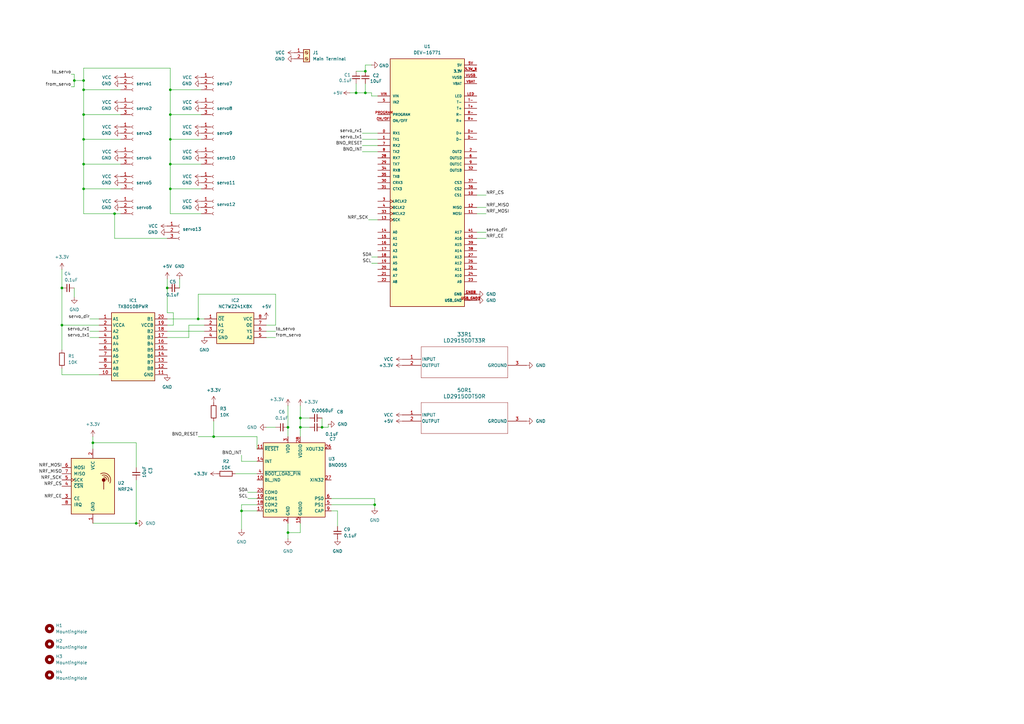
<source format=kicad_sch>
(kicad_sch (version 20231120) (generator "eeschema") (generator_version "8.0")
  (paper "A3")
  (title_block (title "Teensy 4.1 Hexapod PCB ") (date "2024-12-24") (rev "V0.01") (company "Jirakorn Sukmee") (comment 1 "hello"))
  (lib_symbols
    (symbol "33R:LD29150DT33R" (pin_names (offset 0.254))
      (property "Reference" "CR" (at 25.4 10.16 0))
      (property "Value" "LD29150DT33R" (at 25.4 7.62 0))
      (symbol "LD29150DT33R_0_1"
        (pin input line (at 0 0 0) (length 7.62) (name "INPUT") (number "1"))
        (pin output line (at 0 -2.54 0) (length 7.62) (name "OUTPUT") (number "2"))
        (pin power_out line (at 50.8 -2.54 180) (length 7.62) (name "GROUND") (number "3"))
      )
    )
    (symbol "50R:LD29150DT50R" (pin_names (offset 0.254))
      (property "Reference" "CR" (at 25.4 10.16 0))
      (property "Value" "LD29150DT50R" (at 25.4 7.62 0))
      (symbol "LD29150DT50R_0_1"
        (pin input line (at 0 0 0) (length 7.62) (name "INPUT") (number "1"))
        (pin output line (at 0 -2.54 0) (length 7.62) (name "OUTPUT") (number "2"))
        (pin power_out line (at 50.8 -2.54 180) (length 7.62) (name "GROUND") (number "3"))
      )
    )
    (symbol "Connector:Conn_01x03_Socket" (pin_names (offset 1.016) hide)
      (property "Reference" "J" (at 0 5.08 0))
      (property "Value" "Conn_01x03_Socket" (at 0 -5.08 0))
      (symbol "Conn_01x03_Socket_1_1"
        (pin passive line (at -5.08 2.54 0) (length 3.81) (name "Pin_1") (number "1"))
        (pin passive line (at -5.08 0 0) (length 3.81) (name "Pin_2") (number "2"))
        (pin passive line (at -5.08 -2.54 0) (length 3.81) (name "Pin_3") (number "3"))
      )
    )
    (symbol "Connector:Screw_Terminal_01x02" (pin_names (offset 1.016) hide)
      (property "Reference" "J" (at 0 2.54 0))
      (property "Value" "Screw_Terminal_01x02" (at 0 -5.08 0))
      (symbol "Screw_Terminal_01x02_1_1"
        (pin passive line (at -5.08 0 0) (length 3.81) (name "Pin_1") (number "1"))
        (pin passive line (at -5.08 -2.54 0) (length 3.81) (name "Pin_2") (number "2"))
      )
    )
    (symbol "DEV-16771:DEV-16771" (pin_names (offset 1.016))
      (property "Reference" "U" (at -15.24 52.07 0))
      (property "Value" "DEV-16771" (at -15.24 -53.34 0))
      (symbol "DEV-16771_0_0"
        (pin bidirectional line (at -20.32 20.32 0) (length 5.08) (name "RX1") (number "0"))
        (pin bidirectional line (at -20.32 17.78 0) (length 5.08) (name "TX1") (number "1"))
        (pin bidirectional line (at 20.32 -5.08 180) (length 5.08) (name "CS1") (number "10"))
        (pin bidirectional line (at 20.32 -12.7 180) (length 5.08) (name "MOSI") (number "11"))
        (pin bidirectional line (at 20.32 -10.16 180) (length 5.08) (name "MISO") (number "12"))
        (pin bidirectional clock (at -20.32 -15.24 0) (length 5.08) (name "SCK") (number "13"))
        (pin bidirectional line (at -20.32 -20.32 0) (length 5.08) (name "A0") (number "14"))
        (pin bidirectional line (at -20.32 -22.86 0) (length 5.08) (name "A1") (number "15"))
        (pin bidirectional line (at -20.32 -25.4 0) (length 5.08) (name "A2") (number "16"))
        (pin bidirectional line (at -20.32 -27.94 0) (length 5.08) (name "A3") (number "17"))
        (pin bidirectional line (at -20.32 -30.48 0) (length 5.08) (name "A4") (number "18"))
        (pin bidirectional line (at -20.32 -33.02 0) (length 5.08) (name "A5") (number "19"))
        (pin output line (at 20.32 12.7 180) (length 5.08) (name "OUT2") (number "2"))
        (pin bidirectional line (at -20.32 -35.56 0) (length 5.08) (name "A6") (number "20"))
        (pin bidirectional line (at -20.32 -38.1 0) (length 5.08) (name "A7") (number "21"))
        (pin bidirectional line (at -20.32 -40.64 0) (length 5.08) (name "A8") (number "22"))
        (pin bidirectional line (at 20.32 -40.64 180) (length 5.08) (name "A9") (number "23"))
        (pin bidirectional line (at 20.32 -38.1 180) (length 5.08) (name "A10") (number "24"))
        (pin bidirectional line (at 20.32 -35.56 180) (length 5.08) (name "A11") (number "25"))
        (pin bidirectional line (at 20.32 -33.02 180) (length 5.08) (name "A12") (number "26"))
        (pin bidirectional line (at 20.32 -30.48 180) (length 5.08) (name "A13") (number "27"))
        (pin bidirectional line (at -20.32 10.16 0) (length 5.08) (name "RX7") (number "28"))
        (pin bidirectional line (at -20.32 7.62 0) (length 5.08) (name "TX7") (number "29"))
        (pin bidirectional clock (at -20.32 -7.62 0) (length 5.08) (name "LRCLK2") (number "3"))
        (pin power_in line (at 20.32 45.72 180) (length 5.08) (name "3.3V") (number "3.3V_1"))
        (pin power_in line (at 20.32 45.72 180) (length 5.08) (name "3.3V") (number "3.3V_2"))
        (pin power_in line (at 20.32 45.72 180) (length 5.08) (name "3.3V") (number "3.3V_3"))
        (pin bidirectional line (at -20.32 0 0) (length 5.08) (name "CRX3") (number "30"))
        (pin bidirectional line (at -20.32 -2.54 0) (length 5.08) (name "CTX3") (number "31"))
        (pin output line (at 20.32 5.08 180) (length 5.08) (name "OUT1B") (number "32"))
        (pin bidirectional clock (at -20.32 -12.7 0) (length 5.08) (name "MCLK2") (number "33"))
        (pin bidirectional line (at -20.32 5.08 0) (length 5.08) (name "RX8") (number "34"))
        (pin bidirectional line (at -20.32 2.54 0) (length 5.08) (name "TX8") (number "35"))
        (pin bidirectional line (at 20.32 -2.54 180) (length 5.08) (name "CS2") (number "36"))
        (pin bidirectional line (at 20.32 0 180) (length 5.08) (name "CS3") (number "37"))
        (pin bidirectional line (at 20.32 -27.94 180) (length 5.08) (name "A14") (number "38"))
        (pin bidirectional line (at 20.32 -25.4 180) (length 5.08) (name "A15") (number "39"))
        (pin bidirectional clock (at -20.32 -10.16 0) (length 5.08) (name "BCLK2") (number "4"))
        (pin bidirectional line (at 20.32 -22.86 180) (length 5.08) (name "A16") (number "40"))
        (pin bidirectional line (at 20.32 -20.32 180) (length 5.08) (name "A17") (number "41"))
        (pin bidirectional line (at -20.32 33.02 0) (length 5.08) (name "IN2") (number "5"))
        (pin power_in line (at 20.32 48.26 180) (length 5.08) (name "5V") (number "5V"))
        (pin output line (at 20.32 10.16 180) (length 5.08) (name "OUT1D") (number "6"))
        (pin bidirectional line (at -20.32 15.24 0) (length 5.08) (name "RX2") (number "7"))
        (pin bidirectional line (at -20.32 12.7 0) (length 5.08) (name "TX2") (number "8"))
        (pin output line (at 20.32 7.62 180) (length 5.08) (name "OUT1C") (number "9"))
        (pin bidirectional line (at 20.32 20.32 180) (length 5.08) (name "D+") (number "D+"))
        (pin bidirectional line (at 20.32 17.78 180) (length 5.08) (name "D-") (number "D-"))
        (pin power_in line (at 20.32 -45.72 180) (length 5.08) (name "GND") (number "GND1"))
        (pin power_in line (at 20.32 -45.72 180) (length 5.08) (name "GND") (number "GND2"))
        (pin power_in line (at 20.32 -45.72 180) (length 5.08) (name "GND") (number "GND3"))
        (pin power_in line (at 20.32 -45.72 180) (length 5.08) (name "GND") (number "GND4"))
        (pin power_in line (at 20.32 -45.72 180) (length 5.08) (name "GND") (number "GND5"))
        (pin bidirectional line (at 20.32 35.56 180) (length 5.08) (name "LED") (number "LED"))
        (pin bidirectional line (at -20.32 25.4 0) (length 5.08) (name "ON/OFF") (number "ON/OFF"))
        (pin bidirectional line (at -20.32 27.94 0) (length 5.08) (name "PROGRAM") (number "PROGRAM"))
        (pin bidirectional line (at 20.32 25.4 180) (length 5.08) (name "R+") (number "R+"))
        (pin bidirectional line (at 20.32 27.94 180) (length 5.08) (name "R-") (number "R-"))
        (pin bidirectional line (at 20.32 30.48 180) (length 5.08) (name "T+") (number "T+"))
        (pin bidirectional line (at 20.32 33.02 180) (length 5.08) (name "T-") (number "T-"))
        (pin power_in line (at 20.32 -48.26 180) (length 5.08) (name "USB_GND") (number "USB_GND1"))
        (pin power_in line (at 20.32 -48.26 180) (length 5.08) (name "USB_GND") (number "USB_GND2"))
        (pin passive line (at 20.32 40.64 180) (length 5.08) (name "VBAT") (number "VBAT"))
        (pin input line (at -20.32 35.56 0) (length 5.08) (name "VIN") (number "VIN"))
        (pin passive line (at 20.32 43.18 180) (length 5.08) (name "VUSB") (number "VUSB"))
      )
    )
    (symbol "Device:C_Small" (pin_numbers hide) (pin_names (offset 0.254) hide)
      (property "Reference" "C" (at 0.254 1.778 0))
      (property "Value" "C_Small" (at 0.254 -2.032 0))
      (symbol "C_Small_1_1"
        (pin passive line (at 0 2.54 270) (length 2.032) (name "~") (number "1"))
        (pin passive line (at 0 -2.54 90) (length 2.032) (name "~") (number "2"))
      )
    )
    (symbol "Device:R" (pin_numbers hide) (pin_names (offset 0))
      (property "Reference" "R" (at 2.032 0 90))
      (property "Value" "R" (at 0 0 90))
      (symbol "R_1_1"
        (pin passive line (at 0 3.81 270) (length 1.27) (name "~") (number "1"))
        (pin passive line (at 0 -3.81 90) (length 1.27) (name "~") (number "2"))
      )
    )
    (symbol "Mechanical:MountingHole" (pin_names (offset 1.016)) (exclude_from_sim yes) (in_bom no)
      (property "Reference" "H" (at 0 5.08 0))
      (property "Value" "MountingHole" (at 0 3.175 0))
    )
    (symbol "NC7WZ241K8X:NC7WZ241K8X"
      (property "Reference" "IC" (at 21.59 7.62 0))
      (property "Value" "NC7WZ241K8X" (at 21.59 5.08 0))
      (symbol "NC7WZ241K8X_1_1"
        (pin passive line (at 0 0 0) (length 5.08) (name "~{OE}") (number "1"))
        (pin passive line (at 0 -2.54 0) (length 5.08) (name "A1") (number "2"))
        (pin passive line (at 0 -5.08 0) (length 5.08) (name "Y2") (number "3"))
        (pin passive line (at 0 -7.62 0) (length 5.08) (name "GND") (number "4"))
        (pin passive line (at 25.4 -7.62 180) (length 5.08) (name "A2") (number "5"))
        (pin passive line (at 25.4 -5.08 180) (length 5.08) (name "Y1") (number "6"))
        (pin passive line (at 25.4 -2.54 180) (length 5.08) (name "OE") (number "7"))
        (pin passive line (at 25.4 0 180) (length 5.08) (name "VCC") (number "8"))
      )
    )
    (symbol "RF:NRF24L01_Breakout" (pin_names (offset 1.016))
      (property "Reference" "U" (at -8.89 12.7 0))
      (property "Value" "NRF24L01_Breakout" (at 3.81 12.7 0))
      (symbol "NRF24L01_Breakout_1_1"
        (pin power_in line (at 0 -15.24 90) (length 3.81) (name "GND") (number "1"))
        (pin power_in line (at 0 15.24 270) (length 3.81) (name "VCC") (number "2"))
        (pin input line (at -12.7 -5.08 0) (length 3.81) (name "CE") (number "3"))
        (pin input line (at -12.7 0 0) (length 3.81) (name "~{CSN}") (number "4"))
        (pin input clock (at -12.7 2.54 0) (length 3.81) (name "SCK") (number "5"))
        (pin input line (at -12.7 7.62 0) (length 3.81) (name "MOSI") (number "6"))
        (pin output line (at -12.7 5.08 0) (length 3.81) (name "MISO") (number "7"))
        (pin output line (at -12.7 -7.62 0) (length 3.81) (name "IRQ") (number "8"))
      )
    )
    (symbol "Sensor_Motion:BNO055"
      (property "Reference" "U" (at -11.43 16.51 0))
      (property "Value" "BNO055" (at 12.7 16.51 0))
      (symbol "BNO055_1_1"
        (pin no_connect line (at -12.7 10.16 0) (length 2.54) hide (name "PIN1") (number "1"))
        (pin output line (at -15.24 0 0) (length 2.54) (name "BL_IND") (number "10"))
        (pin input line (at -15.24 12.7 0) (length 2.54) (name "~{RESET}") (number "11"))
        (pin no_connect line (at 12.7 10.16 180) (length 2.54) hide (name "PIN12") (number "12"))
        (pin no_connect line (at 12.7 7.62 180) (length 2.54) hide (name "PIN13") (number "13"))
        (pin output line (at -15.24 7.62 0) (length 2.54) (name "INT") (number "14"))
        (pin power_in line (at 2.54 -17.78 90) (length 2.54) (name "GNDIO") (number "15"))
        (pin passive line (at 2.54 -17.78 90) (length 2.54) hide (name "GNDIO") (number "16"))
        (pin input line (at -15.24 -12.7 0) (length 2.54) (name "COM3") (number "17"))
        (pin passive line (at -15.24 -10.16 0) (length 2.54) (name "COM2") (number "18"))
        (pin bidirectional line (at -15.24 -7.62 0) (length 2.54) (name "COM1") (number "19"))
        (pin power_in line (at -2.54 -17.78 90) (length 2.54) (name "GND") (number "2"))
        (pin bidirectional line (at -15.24 -5.08 0) (length 2.54) (name "COM0") (number "20"))
        (pin no_connect line (at 12.7 5.08 180) (length 2.54) hide (name "PIN21") (number "21"))
        (pin no_connect line (at 12.7 2.54 180) (length 2.54) hide (name "PIN22") (number "22"))
        (pin no_connect line (at 12.7 -2.54 180) (length 2.54) hide (name "PIN23") (number "23"))
        (pin no_connect line (at 12.7 -5.08 180) (length 2.54) hide (name "PIN24") (number "24"))
        (pin passive line (at 2.54 -17.78 90) (length 2.54) hide (name "GNDIO") (number "25"))
        (pin output line (at 15.24 12.7 180) (length 2.54) (name "XOUT32") (number "26"))
        (pin input line (at 15.24 0 180) (length 2.54) (name "XIN32") (number "27"))
        (pin power_in line (at 2.54 17.78 270) (length 2.54) (name "VDDIO") (number "28"))
        (pin power_in line (at -2.54 17.78 270) (length 2.54) (name "VDD") (number "3"))
        (pin input line (at -15.24 2.54 0) (length 2.54) (name "~{BOOT_LOAD_PIN}") (number "4"))
        (pin input line (at 15.24 -10.16 180) (length 2.54) (name "PS1") (number "5"))
        (pin input line (at 15.24 -7.62 180) (length 2.54) (name "PS0") (number "6"))
        (pin no_connect line (at -12.7 5.08 0) (length 2.54) hide (name "PIN7") (number "7"))
        (pin no_connect line (at -12.7 -2.54 0) (length 2.54) hide (name "PIN8") (number "8"))
        (pin passive line (at 15.24 -12.7 180) (length 2.54) (name "CAP") (number "9"))
      )
    )
    (symbol "TXB0108PWR:TXB0108PWR"
      (property "Reference" "IC" (at 24.13 7.62 0))
      (property "Value" "TXB0108PWR" (at 24.13 5.08 0))
      (symbol "TXB0108PWR_1_1"
        (pin passive line (at 0 0 0) (length 5.08) (name "A1") (number "1"))
        (pin passive line (at 0 -22.86 0) (length 5.08) (name "OE") (number "10"))
        (pin passive line (at 27.94 -22.86 180) (length 5.08) (name "GND") (number "11"))
        (pin passive line (at 27.94 -20.32 180) (length 5.08) (name "B8") (number "12"))
        (pin passive line (at 27.94 -17.78 180) (length 5.08) (name "B7") (number "13"))
        (pin passive line (at 27.94 -15.24 180) (length 5.08) (name "B6") (number "14"))
        (pin passive line (at 27.94 -12.7 180) (length 5.08) (name "B5") (number "15"))
        (pin passive line (at 27.94 -10.16 180) (length 5.08) (name "B4") (number "16"))
        (pin passive line (at 27.94 -7.62 180) (length 5.08) (name "B3") (number "17"))
        (pin passive line (at 27.94 -5.08 180) (length 5.08) (name "B2") (number "18"))
        (pin passive line (at 27.94 -2.54 180) (length 5.08) (name "VCCB") (number "19"))
        (pin passive line (at 0 -2.54 0) (length 5.08) (name "VCCA") (number "2"))
        (pin passive line (at 27.94 0 180) (length 5.08) (name "B1") (number "20"))
        (pin passive line (at 0 -5.08 0) (length 5.08) (name "A2") (number "3"))
        (pin passive line (at 0 -7.62 0) (length 5.08) (name "A3") (number "4"))
        (pin passive line (at 0 -10.16 0) (length 5.08) (name "A4") (number "5"))
        (pin passive line (at 0 -12.7 0) (length 5.08) (name "A5") (number "6"))
        (pin passive line (at 0 -15.24 0) (length 5.08) (name "A6") (number "7"))
        (pin passive line (at 0 -17.78 0) (length 5.08) (name "A7") (number "8"))
        (pin passive line (at 0 -20.32 0) (length 5.08) (name "A8") (number "9"))
      )
    )
    (symbol "power:+3.3V" (power) (pin_numbers hide) (pin_names (offset 0) hide)
      (property "Value" "+3.3V" (at 0 3.556 0))
      (symbol "+3.3V_1_1"
        (pin power_in line (at 0 0 90) (length 0) (name "~") (number "1"))
      )
    )
    (symbol "power:+5V" (power) (pin_numbers hide) (pin_names (offset 0) hide)
      (property "Value" "+5V" (at 0 3.556 0))
      (symbol "+5V_1_1"
        (pin power_in line (at 0 0 90) (length 0) (name "~") (number "1"))
      )
    )
    (symbol "power:GND" (power) (pin_numbers hide) (pin_names (offset 0) hide)
      (property "Value" "GND" (at 0 -3.81 0))
      (symbol "GND_1_1"
        (pin power_in line (at 0 0 270) (length 0) (name "~") (number "1"))
      )
    )
    (symbol "power:VCC" (power) (pin_numbers hide) (pin_names (offset 0) hide)
      (property "Value" "VCC" (at 0 3.556 0))
      (symbol "VCC_1_1"
        (pin power_in line (at 0 0 90) (length 0) (name "~") (number "1"))
      )
    )
  )
  (junction (at 99.06 209.55))
  (junction (at 118.11 175.26))
  (junction (at 132.08 175.26))
  (junction (at 68.58 118.11))
  (junction (at 38.1 181.61))
  (junction (at 123.19 171.45))
  (junction (at 118.11 218.44))
  (junction (at 69.85 77.47))
  (junction (at 69.85 57.15))
  (junction (at 30.48 33.02))
  (junction (at 34.29 36.83))
  (junction (at 34.29 67.31))
  (junction (at 123.19 175.26))
  (junction (at 55.88 214.63))
  (junction (at 153.67 207.01))
  (junction (at 146.05 38.1))
  (junction (at 69.85 36.83))
  (junction (at 34.29 33.02))
  (junction (at 69.85 46.99))
  (junction (at 149.86 29.21))
  (junction (at 87.63 179.07))
  (junction (at 34.29 77.47))
  (junction (at 46.99 87.63))
  (junction (at 25.4 118.11))
  (junction (at 149.86 38.1))
  (junction (at 69.85 67.31))
  (junction (at 81.28 130.81))
  (junction (at 34.29 46.99))
  (junction (at 34.29 57.15))
  (junction (at 25.4 133.35))
  (wire (pts (xy 132.08 175.26) (xy 134.62 175.26)))
  (wire (pts (xy 118.11 218.44) (xy 118.11 220.98)))
  (wire (pts (xy 36.83 130.81) (xy 40.64 130.81)))
  (wire (pts (xy 135.89 209.55) (xy 138.43 209.55)))
  (wire (pts (xy 38.1 179.07) (xy 38.1 181.61)))
  (wire (pts (xy 55.88 196.85) (xy 55.88 214.63)))
  (wire (pts (xy 34.29 33.02) (xy 30.48 33.02)))
  (wire (pts (xy 77.47 133.35) (xy 83.82 133.35)))
  (wire (pts (xy 34.29 57.15) (xy 34.29 67.31)))
  (wire (pts (xy 68.58 130.81) (xy 81.28 130.81)))
  (wire (pts (xy 30.48 33.02) (xy 30.48 30.48)))
  (wire (pts (xy 34.29 77.47) (xy 49.53 77.47)))
  (wire (pts (xy 148.59 57.15) (xy 154.94 57.15)))
  (wire (pts (xy 81.28 179.07) (xy 87.63 179.07)))
  (wire (pts (xy 118.11 175.26) (xy 118.11 179.07)))
  (wire (pts (xy 69.85 36.83) (xy 69.85 46.99)))
  (wire (pts (xy 25.4 143.51) (xy 25.4 133.35)))
  (wire (pts (xy 36.83 135.89) (xy 40.64 135.89)))
  (wire (pts (xy 151.13 90.17) (xy 154.94 90.17)))
  (wire (pts (xy 99.06 209.55) (xy 99.06 217.17)))
  (wire (pts (xy 138.43 209.55) (xy 138.43 215.9)))
  (wire (pts (xy 99.06 207.01) (xy 99.06 209.55)))
  (wire (pts (xy 148.59 62.23) (xy 154.94 62.23)))
  (wire (pts (xy 34.29 36.83) (xy 49.53 36.83)))
  (wire (pts (xy 146.05 38.1) (xy 149.86 38.1)))
  (wire (pts (xy 69.85 57.15) (xy 69.85 67.31)))
  (wire (pts (xy 71.12 128.27) (xy 71.12 133.35)))
  (wire (pts (xy 25.4 153.67) (xy 40.64 153.67)))
  (wire (pts (xy 149.86 34.29) (xy 149.86 38.1)))
  (wire (pts (xy 34.29 57.15) (xy 49.53 57.15)))
  (wire (pts (xy 25.4 110.49) (xy 25.4 118.11)))
  (wire (pts (xy 69.85 46.99) (xy 82.55 46.99)))
  (wire (pts (xy 34.29 67.31) (xy 34.29 77.47)))
  (wire (pts (xy 148.59 59.69) (xy 154.94 59.69)))
  (wire (pts (xy 68.58 135.89) (xy 83.82 135.89)))
  (wire (pts (xy 25.4 151.13) (xy 25.4 153.67)))
  (wire (pts (xy 105.41 179.07) (xy 105.41 184.15)))
  (wire (pts (xy 113.03 120.65) (xy 113.03 133.35)))
  (wire (pts (xy 152.4 26.67) (xy 149.86 26.67)))
  (wire (pts (xy 118.11 214.63) (xy 118.11 218.44)))
  (wire (pts (xy 69.85 87.63) (xy 82.55 87.63)))
  (wire (pts (xy 135.89 207.01) (xy 153.67 207.01)))
  (wire (pts (xy 25.4 133.35) (xy 40.64 133.35)))
  (wire (pts (xy 68.58 118.11) (xy 68.58 128.27)))
  (wire (pts (xy 34.29 46.99) (xy 34.29 57.15)))
  (wire (pts (xy 149.86 38.1) (xy 152.4 38.1)))
  (wire (pts (xy 135.89 204.47) (xy 153.67 204.47)))
  (wire (pts (xy 153.67 207.01) (xy 153.67 208.28)))
  (wire (pts (xy 113.03 138.43) (xy 109.22 138.43)))
  (wire (pts (xy 34.29 36.83) (xy 34.29 46.99)))
  (wire (pts (xy 143.51 38.1) (xy 146.05 38.1)))
  (wire (pts (xy 118.11 166.37) (xy 118.11 175.26)))
  (wire (pts (xy 113.03 135.89) (xy 109.22 135.89)))
  (wire (pts (xy 195.58 97.79) (xy 199.39 97.79)))
  (wire (pts (xy 87.63 172.72) (xy 87.63 179.07)))
  (wire (pts (xy 30.48 33.02) (xy 30.48 35.56)))
  (wire (pts (xy 69.85 36.83) (xy 82.55 36.83)))
  (wire (pts (xy 123.19 214.63) (xy 123.19 218.44)))
  (wire (pts (xy 123.19 175.26) (xy 127 175.26)))
  (wire (pts (xy 69.85 67.31) (xy 82.55 67.31)))
  (wire (pts (xy 73.66 114.3) (xy 73.66 118.11)))
  (wire (pts (xy 123.19 166.37) (xy 123.19 171.45)))
  (wire (pts (xy 69.85 67.31) (xy 69.85 77.47)))
  (wire (pts (xy 195.58 80.01) (xy 199.39 80.01)))
  (wire (pts (xy 81.28 130.81) (xy 83.82 130.81)))
  (wire (pts (xy 46.99 87.63) (xy 49.53 87.63)))
  (wire (pts (xy 81.28 120.65) (xy 113.03 120.65)))
  (wire (pts (xy 105.41 207.01) (xy 99.06 207.01)))
  (wire (pts (xy 34.29 87.63) (xy 46.99 87.63)))
  (wire (pts (xy 77.47 138.43) (xy 77.47 133.35)))
  (wire (pts (xy 195.58 85.09) (xy 199.39 85.09)))
  (wire (pts (xy 38.1 181.61) (xy 38.1 184.15)))
  (wire (pts (xy 69.85 27.94) (xy 69.85 36.83)))
  (wire (pts (xy 152.4 105.41) (xy 154.94 105.41)))
  (wire (pts (xy 132.08 171.45) (xy 132.08 175.26)))
  (wire (pts (xy 153.67 204.47) (xy 153.67 207.01)))
  (wire (pts (xy 152.4 38.1) (xy 152.4 39.37)))
  (wire (pts (xy 34.29 27.94) (xy 69.85 27.94)))
  (wire (pts (xy 30.48 30.48) (xy 29.21 30.48)))
  (wire (pts (xy 149.86 26.67) (xy 149.86 29.21)))
  (wire (pts (xy 30.48 35.56) (xy 29.21 35.56)))
  (wire (pts (xy 152.4 39.37) (xy 154.94 39.37)))
  (wire (pts (xy 68.58 138.43) (xy 77.47 138.43)))
  (wire (pts (xy 113.03 133.35) (xy 109.22 133.35)))
  (wire (pts (xy 134.62 175.26) (xy 134.62 173.99)))
  (wire (pts (xy 123.19 218.44) (xy 118.11 218.44)))
  (wire (pts (xy 101.6 201.93) (xy 105.41 201.93)))
  (wire (pts (xy 30.48 118.11) (xy 30.48 121.92)))
  (wire (pts (xy 96.52 194.31) (xy 105.41 194.31)))
  (wire (pts (xy 36.83 138.43) (xy 40.64 138.43)))
  (wire (pts (xy 25.4 118.11) (xy 25.4 133.35)))
  (wire (pts (xy 68.58 114.3) (xy 68.58 118.11)))
  (wire (pts (xy 34.29 77.47) (xy 34.29 87.63)))
  (wire (pts (xy 69.85 46.99) (xy 69.85 57.15)))
  (wire (pts (xy 55.88 214.63) (xy 38.1 214.63)))
  (wire (pts (xy 148.59 54.61) (xy 154.94 54.61)))
  (wire (pts (xy 152.4 107.95) (xy 154.94 107.95)))
  (wire (pts (xy 69.85 77.47) (xy 82.55 77.47)))
  (wire (pts (xy 146.05 38.1) (xy 146.05 34.29)))
  (wire (pts (xy 99.06 209.55) (xy 105.41 209.55)))
  (wire (pts (xy 68.58 128.27) (xy 71.12 128.27)))
  (wire (pts (xy 195.58 95.25) (xy 199.39 95.25)))
  (wire (pts (xy 71.12 133.35) (xy 68.58 133.35)))
  (wire (pts (xy 109.22 175.26) (xy 113.03 175.26)))
  (wire (pts (xy 123.19 175.26) (xy 123.19 179.07)))
  (wire (pts (xy 87.63 179.07) (xy 105.41 179.07)))
  (wire (pts (xy 123.19 171.45) (xy 123.19 175.26)))
  (wire (pts (xy 123.19 171.45) (xy 127 171.45)))
  (wire (pts (xy 46.99 87.63) (xy 46.99 97.79)))
  (wire (pts (xy 46.99 97.79) (xy 68.58 97.79)))
  (wire (pts (xy 55.88 181.61) (xy 55.88 191.77)))
  (wire (pts (xy 101.6 204.47) (xy 105.41 204.47)))
  (wire (pts (xy 69.85 77.47) (xy 69.85 87.63)))
  (wire (pts (xy 195.58 87.63) (xy 199.39 87.63)))
  (wire (pts (xy 34.29 46.99) (xy 49.53 46.99)))
  (wire (pts (xy 34.29 33.02) (xy 34.29 36.83)))
  (wire (pts (xy 69.85 57.15) (xy 82.55 57.15)))
  (wire (pts (xy 99.06 186.69) (xy 99.06 189.23)))
  (wire (pts (xy 38.1 181.61) (xy 55.88 181.61)))
  (wire (pts (xy 34.29 27.94) (xy 34.29 33.02)))
  (wire (pts (xy 146.05 29.21) (xy 149.86 29.21)))
  (wire (pts (xy 99.06 189.23) (xy 105.41 189.23)))
  (wire (pts (xy 81.28 130.81) (xy 81.28 120.65)))
  (wire (pts (xy 34.29 67.31) (xy 49.53 67.31)))
  (label "NRF_CS" (at 25.4 199.39 180))
  (label "SDA" (at 152.4 105.41 180))
  (label "NRF_MOSI" (at 25.4 191.77 180))
  (label "SDA" (at 101.6 201.93 180))
  (label "SCL" (at 152.4 107.95 180))
  (label "servo_dir" (at 36.83 130.81 180))
  (label "NRF_MISO" (at 199.39 85.09 0))
  (label "NRF_MISO" (at 25.4 194.31 180))
  (label "BNO_INT" (at 99.06 186.69 180))
  (label "NRF_CS" (at 199.39 80.01 0))
  (label "NRF_CE" (at 199.39 97.79 0))
  (label "from_servo" (at 29.21 35.56 180))
  (label "to_servo" (at 113.03 135.89 0))
  (label "servo_rx1" (at 148.59 54.61 180))
  (label "NRF_SCK" (at 151.13 90.17 180))
  (label "servo_rx1" (at 36.83 135.89 180))
  (label "NRF_SCK" (at 25.4 196.85 180))
  (label "servo_tx1" (at 148.59 57.15 180))
  (label "to_servo" (at 29.21 30.48 180))
  (label "servo_dir" (at 199.39 95.25 0))
  (label "servo_tx1" (at 36.83 138.43 180))
  (label "from_servo" (at 113.03 138.43 0))
  (label "SCL" (at 101.6 204.47 180))
  (label "BNO_RESET" (at 81.28 179.07 180))
  (label "NRF_CE" (at 25.4 204.47 180))
  (label "BNO_RESET" (at 148.59 59.69 180))
  (label "BNO_INT" (at 148.59 62.23 180))
  (label "NRF_MOSI" (at 199.39 87.63 0))
  (symbol (lib_id "power:VCC") (at 120.65 21.59 90) (unit 1)
    (property "Reference" "#PWR01" (effects (hide yes)))
    (property "Value" "VCC" (at 116.84 21.5899 90) (effects (justify left)))
    (property "Description" "Power symbol creates a global label with name \"VCC\"" (effects (hide yes)))
  )
  (symbol (lib_id "power:+5V") (at 109.22 130.81 0) (unit 1)
    (property "Reference" "#PWR016" (effects (hide yes)))
    (property "Value" "+5V" (at 109.22 125.73 0))
    (property "Description" "Power symbol creates a global label with name \"+5V\"" (effects (hide yes)))
  )
  (symbol (lib_id "power:GND") (at 82.55 34.29 270) (unit 1)
    (property "Reference" "#PWR045" (effects (hide yes)))
    (property "Value" "GND" (at 78.74 34.2899 90) (effects (justify right)))
    (property "Description" "Power symbol creates a global label with name \"GND\" , ground" (effects (hide yes)))
  )
  (symbol (lib_id "power:VCC") (at 82.55 41.91 90) (unit 1)
    (property "Reference" "#PWR042" (effects (hide yes)))
    (property "Value" "VCC" (at 78.74 41.9099 90) (effects (justify left)))
    (property "Description" "Power symbol creates a global label with name \"VCC\"" (effects (hide yes)))
  )
  (symbol (lib_id "DEV-16771:DEV-16771") (at 175.26 74.93 0) (unit 1)
    (property "Reference" "U1" (at 175.26 19.05 0))
    (property "Value" "DEV-16771" (at 175.26 21.59 0))
    (property "Footprint" "DEV-16771:MODULE_DEV-16771" (effects (hide yes)))
    (property "MF" "SparkFun Electronics" (effects (hide yes)))
    (property "MAXIMUM_PACKAGE_HEIGHT" "4.07mm" (effects (hide yes)))
    (property "Package" "None" (effects (hide yes)))
    (property "Price" "None" (effects (hide yes)))
    (property "Check_prices" "https://www.snapeda.com/parts/DEV-16771/SparkFun/view-part/?ref=eda" (effects (hide yes)))
    (property "STANDARD" "Manufacturer recommendations" (effects (hide yes)))
    (property "PARTREV" "4.1" (effects (hide yes)))
    (property "SnapEDA_Link" "https://www.snapeda.com/parts/DEV-16771/SparkFun/view-part/?ref=snap" (effects (hide yes)))
    (property "MP" "DEV-16771" (effects (hide yes)))
    (property "Description_1" "\n                        \n                            RT1062 Teensy 4.1 series ARM® Cortex®-M7 MPU Embedded Evaluation Board\n                        \n" (effects (hide yes)))
    (property "Availability" "In Stock" (effects (hide yes)))
    (property "MANUFACTURER" "SparkFun Electronics" (effects (hide yes)))
  )
  (symbol (lib_id "power:VCC") (at 82.55 62.23 90) (unit 1)
    (property "Reference" "#PWR038" (effects (hide yes)))
    (property "Value" "VCC" (at 78.74 62.2299 90) (effects (justify left)))
    (property "Description" "Power symbol creates a global label with name \"VCC\"" (effects (hide yes)))
  )
  (symbol (lib_id "power:+3.3V") (at 165.1 149.86 90) (unit 1)
    (property "Reference" "#PWR07" (effects (hide yes)))
    (property "Value" "+3.3V" (at 161.29 149.8599 90) (effects (justify left)))
    (property "Description" "Power symbol creates a global label with name \"+3.3V\"" (effects (hide yes)))
  )
  (symbol (lib_id "power:+3.3V") (at 25.4 110.49 0) (unit 1)
    (property "Reference" "#PWR014" (effects (hide yes)))
    (property "Value" "+3.3V" (at 25.4 105.41 0))
    (property "Description" "Power symbol creates a global label with name \"+3.3V\"" (effects (hide yes)))
  )
  (symbol (lib_id "Connector:Screw_Terminal_01x02") (at 125.73 21.59 0) (unit 1)
    (property "Reference" "J1" (at 128.27 21.5899 0) (effects (justify left)))
    (property "Value" "Main Terminal" (at 128.27 24.1299 0) (effects (justify left)))
    (property "Footprint" "TerminalBlock_Phoenix:TerminalBlock_Phoenix_MKDS-1,5-2-5.08_1x02_P5.08mm_Horizontal" (effects (hide yes)))
    (property "Description" "Generic screw terminal, single row, 01x02, script generated (kicad-library-utils/schlib/autogen/connector/)" (effects (hide yes)))
  )
  (symbol (lib_id "power:GND") (at 49.53 64.77 270) (unit 1)
    (property "Reference" "#PWR027" (effects (hide yes)))
    (property "Value" "GND" (at 45.72 64.7699 90) (effects (justify right)))
    (property "Description" "Power symbol creates a global label with name \"GND\" , ground" (effects (hide yes)))
  )
  (symbol (lib_id "power:GND") (at 99.06 217.17 0) (unit 1)
    (property "Reference" "#PWR051" (effects (hide yes)))
    (property "Value" "GND" (at 99.06 222.25 0))
    (property "Description" "Power symbol creates a global label with name \"GND\" , ground" (effects (hide yes)))
  )
  (symbol (lib_id "power:VCC") (at 165.1 170.18 90) (unit 1)
    (property "Reference" "#PWR05" (effects (hide yes)))
    (property "Value" "VCC" (at 161.29 170.1799 90) (effects (justify left)))
    (property "Description" "Power symbol creates a global label with name \"VCC\"" (effects (hide yes)))
  )
  (symbol (lib_id "power:+3.3V") (at 88.9 194.31 90) (unit 1)
    (property "Reference" "#PWR052" (effects (hide yes)))
    (property "Value" "+3.3V" (at 85.09 194.3099 90) (effects (justify left)))
    (property "Description" "Power symbol creates a global label with name \"+3.3V\"" (effects (hide yes)))
  )
  (symbol (lib_id "power:GND") (at 215.9 172.72 90) (unit 1)
    (property "Reference" "#PWR06" (effects (hide yes)))
    (property "Value" "GND" (at 219.71 172.7199 90) (effects (justify right)))
    (property "Description" "Power symbol creates a global label with name \"GND\" , ground" (effects (hide yes)))
  )
  (symbol (lib_id "power:VCC") (at 49.53 31.75 90) (unit 1)
    (property "Reference" "#PWR020" (effects (hide yes)))
    (property "Value" "VCC" (at 45.72 31.7499 90) (effects (justify left)))
    (property "Description" "Power symbol creates a global label with name \"VCC\"" (effects (hide yes)))
  )
  (symbol (lib_id "Connector:Conn_01x03_Socket") (at 87.63 34.29 0) (unit 1)
    (property "Reference" "servo7" (at 88.9 34.2899 0) (effects (justify left)))
    (property "Value" "Conn_01x03_Socket" (effects (hide yes)))
    (property "Footprint" "Connector_JST:JST_PH_B3B-PH-K_1x03_P2.00mm_Vertical" (effects (hide yes)))
    (property "Description" "Generic connector, single row, 01x03, script generated" (effects (hide yes)))
  )
  (symbol (lib_id "RF:NRF24L01_Breakout") (at 38.1 199.39 0) (unit 1)
    (property "Reference" "U2" (at 48.26 198.1199 0) (effects (justify left)))
    (property "Value" "NRF24" (at 48.26 200.6599 0) (effects (justify left)))
    (property "Footprint" "RF_Module:nRF24L01_Breakout" (effects (hide yes)))
    (property "Datasheet" "http://www.nordicsemi.com/eng/content/download/2730/34105/file/nRF24L01_Product_Specification_v2_0.pdf" (effects (hide yes)))
    (property "Description" "Ultra low power 2.4GHz RF Transceiver, Carrier PCB" (effects (hide yes)))
  )
  (symbol (lib_id "power:GND") (at 68.58 95.25 270) (unit 1)
    (property "Reference" "#PWR035" (effects (hide yes)))
    (property "Value" "GND" (at 64.77 95.2499 90) (effects (justify right)))
    (property "Description" "Power symbol creates a global label with name \"GND\" , ground" (effects (hide yes)))
  )
  (symbol (lib_id "power:VCC") (at 49.53 41.91 90) (unit 1)
    (property "Reference" "#PWR022" (effects (hide yes)))
    (property "Value" "VCC" (at 45.72 41.9099 90) (effects (justify left)))
    (property "Description" "Power symbol creates a global label with name \"VCC\"" (effects (hide yes)))
  )
  (symbol (lib_id "Device:C_Small") (at 149.86 31.75 180) (unit 1)
    (property "Reference" "C2" (at 154.178 30.988 0))
    (property "Value" "10uF" (at 154.178 33.274 0))
    (property "Footprint" "Capacitor_SMD:C_0805_2012Metric_Pad1.18x1.45mm_HandSolder" (effects (hide yes)))
    (property "Description" "Unpolarized capacitor, small symbol" (effects (hide yes)))
  )
  (symbol (lib_id "power:+5V") (at 68.58 114.3 0) (unit 1)
    (property "Reference" "#PWR017" (effects (hide yes)))
    (property "Value" "+5V" (at 68.58 109.22 0))
    (property "Description" "Power symbol creates a global label with name \"+5V\"" (effects (hide yes)))
  )
  (symbol (lib_id "power:VCC") (at 82.55 82.55 90) (unit 1)
    (property "Reference" "#PWR032" (effects (hide yes)))
    (property "Value" "VCC" (at 78.74 82.5499 90) (effects (justify left)))
    (property "Description" "Power symbol creates a global label with name \"VCC\"" (effects (hide yes)))
  )
  (symbol (lib_id "power:GND") (at 68.58 153.67 0) (unit 1)
    (property "Reference" "#PWR019" (effects (hide yes)))
    (property "Value" "GND" (at 68.58 158.75 0))
    (property "Description" "Power symbol creates a global label with name \"GND\" , ground" (effects (hide yes)))
  )
  (symbol (lib_id "Connector:Conn_01x03_Socket") (at 54.61 34.29 0) (unit 1)
    (property "Reference" "servo1" (at 55.88 34.2899 0) (effects (justify left)))
    (property "Value" "Conn_01x03_Socket" (effects (hide yes)))
    (property "Footprint" "Connector_JST:JST_PH_B3B-PH-K_1x03_P2.00mm_Vertical" (effects (hide yes)))
    (property "Description" "Generic connector, single row, 01x03, script generated" (effects (hide yes)))
  )
  (symbol (lib_id "Connector:Conn_01x03_Socket") (at 54.61 74.93 0) (unit 1)
    (property "Reference" "servo5" (at 55.88 74.9299 0) (effects (justify left)))
    (property "Value" "Conn_01x03_Socket" (effects (hide yes)))
    (property "Footprint" "Connector_JST:JST_PH_B3B-PH-K_1x03_P2.00mm_Vertical" (effects (hide yes)))
    (property "Description" "Generic connector, single row, 01x03, script generated" (effects (hide yes)))
  )
  (symbol (lib_id "Device:C_Small") (at 138.43 218.44 180) (unit 1)
    (property "Reference" "C9" (at 140.97 217.1635 0) (effects (justify right)))
    (property "Value" "0.1uF" (at 140.97 219.7035 0) (effects (justify right)))
    (property "Footprint" "Capacitor_SMD:C_0805_2012Metric_Pad1.18x1.45mm_HandSolder" (effects (hide yes)))
    (property "Description" "Unpolarized capacitor, small symbol" (effects (hide yes)))
  )
  (symbol (lib_id "Sensor_Motion:BNO055") (at 120.65 196.85 0) (unit 1)
    (property "Reference" "U3" (at 134.62 188.214 0) (effects (justify left)))
    (property "Value" "BNO055" (at 134.62 190.754 0) (effects (justify left)))
    (property "Footprint" "Package_LGA:LGA-28_5.2x3.8mm_P0.5mm" (effects (hide yes)))
    (property "Datasheet" "https://www.bosch-sensortec.com/media/boschsensortec/downloads/datasheets/bst-bno055-ds000.pdf" (effects (hide yes)))
    (property "Description" "Intelligent 9-axis absolute orientation sensor, LGA-28" (effects (hide yes)))
  )
  (symbol (lib_id "power:+3.3V") (at 87.63 165.1 0) (unit 1)
    (property "Reference" "#PWR053" (effects (hide yes)))
    (property "Value" "+3.3V" (at 87.63 160.02 0))
    (property "Description" "Power symbol creates a global label with name \"+3.3V\"" (effects (hide yes)))
  )
  (symbol (lib_id "Device:R") (at 87.63 168.91 0) (unit 1)
    (property "Reference" "R3" (at 90.17 167.6399 0) (effects (justify left)))
    (property "Value" "10K" (at 90.17 170.1799 0) (effects (justify left)))
    (property "Footprint" "Resistor_SMD:R_0603_1608Metric_Pad0.98x0.95mm_HandSolder" (effects (hide yes)))
    (property "Description" "Resistor" (effects (hide yes)))
  )
  (symbol (lib_id "power:GND") (at 55.88 214.63 90) (unit 1)
    (property "Reference" "#PWR012" (effects (hide yes)))
    (property "Value" "GND" (at 59.69 214.6299 90) (effects (justify right)))
    (property "Description" "Power symbol creates a global label with name \"GND\" , ground" (effects (hide yes)))
  )
  (symbol (lib_id "power:GND") (at 152.4 26.67 90) (unit 1)
    (property "Reference" "#PWR010" (effects (hide yes)))
    (property "Value" "GND" (at 157.48 26.924 90))
    (property "Description" "Power symbol creates a global label with name \"GND\" , ground" (effects (hide yes)))
  )
  (symbol (lib_id "Device:C_Small") (at 115.57 175.26 90) (unit 1)
    (property "Reference" "C6" (at 115.5763 168.91 90))
    (property "Value" "0.1uF" (at 115.5763 171.45 90))
    (property "Footprint" "Capacitor_SMD:C_0805_2012Metric_Pad1.18x1.45mm_HandSolder" (effects (hide yes)))
    (property "Description" "Unpolarized capacitor, small symbol" (effects (hide yes)))
  )
  (symbol (lib_id "Connector:Conn_01x03_Socket") (at 87.63 44.45 0) (unit 1)
    (property "Reference" "servo8" (at 88.9 44.4499 0) (effects (justify left)))
    (property "Value" "Conn_01x03_Socket" (effects (hide yes)))
    (property "Footprint" "Connector_JST:JST_PH_B3B-PH-K_1x03_P2.00mm_Vertical" (effects (hide yes)))
    (property "Description" "Generic connector, single row, 01x03, script generated" (effects (hide yes)))
  )
  (symbol (lib_id "power:GND") (at 195.58 123.19 90) (unit 1)
    (property "Reference" "#PWR057" (effects (hide yes)))
    (property "Value" "GND" (at 199.39 123.1899 90) (effects (justify right)))
    (property "Description" "Power symbol creates a global label with name \"GND\" , ground" (effects (hide yes)))
  )
  (symbol (lib_id "power:GND") (at 215.9 149.86 90) (unit 1)
    (property "Reference" "#PWR04" (effects (hide yes)))
    (property "Value" "GND" (at 219.71 149.8599 90) (effects (justify right)))
    (property "Description" "Power symbol creates a global label with name \"GND\" , ground" (effects (hide yes)))
  )
  (symbol (lib_id "power:VCC") (at 82.55 31.75 90) (unit 1)
    (property "Reference" "#PWR044" (effects (hide yes)))
    (property "Value" "VCC" (at 78.74 31.7499 90) (effects (justify left)))
    (property "Description" "Power symbol creates a global label with name \"VCC\"" (effects (hide yes)))
  )
  (symbol (lib_id "power:+3.3V") (at 123.19 166.37 0) (unit 1)
    (property "Reference" "#PWR047" (effects (hide yes)))
    (property "Value" "+3.3V" (at 127.508 164.846 0))
    (property "Description" "Power symbol creates a global label with name \"+3.3V\"" (effects (hide yes)))
  )
  (symbol (lib_id "Connector:Conn_01x03_Socket") (at 87.63 85.09 0) (unit 1)
    (property "Reference" "servo12" (at 88.9 83.8199 0) (effects (justify left)))
    (property "Value" "Conn_01x03_Socket" (effects (hide yes)))
    (property "Footprint" "Connector_JST:JST_PH_B3B-PH-K_1x03_P2.00mm_Vertical" (effects (hide yes)))
    (property "Description" "Generic connector, single row, 01x03, script generated" (effects (hide yes)))
  )
  (symbol (lib_id "power:GND") (at 49.53 44.45 270) (unit 1)
    (property "Reference" "#PWR023" (effects (hide yes)))
    (property "Value" "GND" (at 45.72 44.4499 90) (effects (justify right)))
    (property "Description" "Power symbol creates a global label with name \"GND\" , ground" (effects (hide yes)))
  )
  (symbol (lib_id "Connector:Conn_01x03_Socket") (at 54.61 64.77 0) (unit 1)
    (property "Reference" "servo4" (at 55.88 64.7699 0) (effects (justify left)))
    (property "Value" "Conn_01x03_Socket" (effects (hide yes)))
    (property "Footprint" "Connector_JST:JST_PH_B3B-PH-K_1x03_P2.00mm_Vertical" (effects (hide yes)))
    (property "Description" "Generic connector, single row, 01x03, script generated" (effects (hide yes)))
  )
  (symbol (lib_id "power:+5V") (at 143.51 38.1 90) (unit 1)
    (property "Reference" "#PWR09" (effects (hide yes)))
    (property "Value" "+5V" (at 138.43 38.1 90))
    (property "Description" "Power symbol creates a global label with name \"+5V\"" (effects (hide yes)))
  )
  (symbol (lib_id "power:VCC") (at 82.55 52.07 90) (unit 1)
    (property "Reference" "#PWR040" (effects (hide yes)))
    (property "Value" "VCC" (at 78.74 52.0699 90) (effects (justify left)))
    (property "Description" "Power symbol creates a global label with name \"VCC\"" (effects (hide yes)))
  )
  (symbol (lib_id "Connector:Conn_01x03_Socket") (at 73.66 95.25 0) (unit 1)
    (property "Reference" "servo13" (at 74.93 93.9799 0) (effects (justify left)))
    (property "Value" "Conn_01x03_Socket" (effects (hide yes)))
    (property "Footprint" "Connector_JST:JST_PH_B3B-PH-K_1x03_P2.00mm_Vertical" (effects (hide yes)))
    (property "Description" "Generic connector, single row, 01x03, script generated" (effects (hide yes)))
  )
  (symbol (lib_id "Device:R") (at 92.71 194.31 90) (unit 1)
    (property "Reference" "R2" (at 92.71 189.23 90))
    (property "Value" "10K" (at 92.71 191.77 90))
    (property "Footprint" "Resistor_SMD:R_0603_1608Metric_Pad0.98x0.95mm_HandSolder" (effects (hide yes)))
    (property "Description" "Resistor" (effects (hide yes)))
  )
  (symbol (lib_id "power:GND") (at 49.53 74.93 270) (unit 1)
    (property "Reference" "#PWR029" (effects (hide yes)))
    (property "Value" "GND" (at 45.72 74.9299 90) (effects (justify right)))
    (property "Description" "Power symbol creates a global label with name \"GND\" , ground" (effects (hide yes)))
  )
  (symbol (lib_id "power:VCC") (at 165.1 147.32 90) (unit 1)
    (property "Reference" "#PWR03" (effects (hide yes)))
    (property "Value" "VCC" (at 161.29 147.3199 90) (effects (justify left)))
    (property "Description" "Power symbol creates a global label with name \"VCC\"" (effects (hide yes)))
  )
  (symbol (lib_id "Device:C_Small") (at 129.54 171.45 270) (unit 1)
    (property "Reference" "C8" (at 139.446 168.91 90))
    (property "Value" "0.0068uF" (at 132.334 168.402 90))
    (property "Footprint" "Capacitor_SMD:C_0603_1608Metric_Pad1.08x0.95mm_HandSolder" (effects (hide yes)))
    (property "Description" "Unpolarized capacitor, small symbol" (effects (hide yes)))
  )
  (symbol (lib_id "power:VCC") (at 49.53 52.07 90) (unit 1)
    (property "Reference" "#PWR024" (effects (hide yes)))
    (property "Value" "VCC" (at 45.72 52.0699 90) (effects (justify left)))
    (property "Description" "Power symbol creates a global label with name \"VCC\"" (effects (hide yes)))
  )
  (symbol (lib_id "power:GND") (at 82.55 44.45 270) (unit 1)
    (property "Reference" "#PWR043" (effects (hide yes)))
    (property "Value" "GND" (at 78.74 44.4499 90) (effects (justify right)))
    (property "Description" "Power symbol creates a global label with name \"GND\" , ground" (effects (hide yes)))
  )
  (symbol (lib_id "power:GND") (at 82.55 85.09 270) (unit 1)
    (property "Reference" "#PWR033" (effects (hide yes)))
    (property "Value" "GND" (at 78.74 85.0899 90) (effects (justify right)))
    (property "Description" "Power symbol creates a global label with name \"GND\" , ground" (effects (hide yes)))
  )
  (symbol (lib_id "power:VCC") (at 49.53 62.23 90) (unit 1)
    (property "Reference" "#PWR026" (effects (hide yes)))
    (property "Value" "VCC" (at 45.72 62.2299 90) (effects (justify left)))
    (property "Description" "Power symbol creates a global label with name \"VCC\"" (effects (hide yes)))
  )
  (symbol (lib_id "power:GND") (at 195.58 120.65 90) (unit 1)
    (property "Reference" "#PWR056" (effects (hide yes)))
    (property "Value" "GND" (at 199.39 120.6499 90) (effects (justify right)))
    (property "Description" "Power symbol creates a global label with name \"GND\" , ground" (effects (hide yes)))
  )
  (symbol (lib_id "33R:LD29150DT33R") (at 165.1 147.32 0) (unit 1)
    (property "Reference" "33R1" (at 190.5 137.16 0) (effects (font (size 1.524 1.524))))
    (property "Value" "LD29150DT33R" (at 190.5 139.7 0) (effects (font (size 1.524 1.524))))
    (property "Footprint" "DPAK_STM" (effects (hide yes)))
    (property "Datasheet" "LD29150DT33R" (effects (hide yes)))
  )
  (symbol (lib_id "power:VCC") (at 49.53 82.55 90) (unit 1)
    (property "Reference" "#PWR030" (effects (hide yes)))
    (property "Value" "VCC" (at 45.72 82.5499 90) (effects (justify left)))
    (property "Description" "Power symbol creates a global label with name \"VCC\"" (effects (hide yes)))
  )
  (symbol (lib_id "NC7WZ241K8X:NC7WZ241K8X") (at 83.82 130.81 0) (unit 1)
    (property "Reference" "IC2" (at 96.52 123.19 0))
    (property "Value" "NC7WZ241K8X" (at 96.52 125.73 0))
    (property "Footprint" "SOP50P310X90-8N" (effects (hide yes)))
    (property "Datasheet" "https://componentsearchengine.com/Datasheets/2/NC7WZ241K8X.pdf" (effects (hide yes)))
    (property "Description" "Buffers & Line Drivers Dual Buffer with 3-STATE Output" (effects (hide yes)))
    (property "Height" "0.9" (effects (hide yes)))
    (property "Mouser Part Number" "512-NC7WZ241K8X" (effects (hide yes)))
    (property "Mouser Price/Stock" "https://www.mouser.co.uk/ProductDetail/ON-Semiconductor-Fairchild/NC7WZ241K8X?qs=MA%252B40jw2YMo9oG31N%252Bvd7A%3D%3D" (effects (hide yes)))
    (property "Manufacturer_Name" "onsemi" (effects (hide yes)))
    (property "Manufacturer_Part_Number" "NC7WZ241K8X" (effects (hide yes)))
  )
  (symbol (lib_id "Device:R") (at 25.4 147.32 0) (unit 1)
    (property "Reference" "R1" (at 27.94 146.0499 0) (effects (justify left)))
    (property "Value" "10K" (at 27.94 148.5899 0) (effects (justify left)))
    (property "Footprint" "Resistor_SMD:R_0603_1608Metric_Pad0.98x0.95mm_HandSolder" (effects (hide yes)))
    (property "Description" "Resistor" (effects (hide yes)))
  )
  (symbol (lib_id "power:+5V") (at 165.1 172.72 90) (unit 1)
    (property "Reference" "#PWR08" (effects (hide yes)))
    (property "Value" "+5V" (at 161.29 172.7199 90) (effects (justify left)))
    (property "Description" "Power symbol creates a global label with name \"+5V\"" (effects (hide yes)))
  )
  (symbol (lib_id "50R:LD29150DT50R") (at 165.1 170.18 0) (unit 1)
    (property "Reference" "50R1" (at 190.5 160.02 0) (effects (font (size 1.524 1.524))))
    (property "Value" "LD29150DT50R" (at 190.5 162.56 0) (effects (font (size 1.524 1.524))))
    (property "Footprint" "DPAK_STM" (effects (hide yes)))
    (property "Datasheet" "LD29150DT50R" (effects (hide yes)))
  )
  (symbol (lib_id "power:GND") (at 82.55 74.93 270) (unit 1)
    (property "Reference" "#PWR037" (effects (hide yes)))
    (property "Value" "GND" (at 78.74 74.9299 90) (effects (justify right)))
    (property "Description" "Power symbol creates a global label with name \"GND\" , ground" (effects (hide yes)))
  )
  (symbol (lib_id "power:GND") (at 109.22 175.26 270) (unit 1)
    (property "Reference" "#PWR048" (effects (hide yes)))
    (property "Value" "GND" (at 105.41 175.2599 90) (effects (justify right)))
    (property "Description" "Power symbol creates a global label with name \"GND\" , ground" (effects (hide yes)))
  )
  (symbol (lib_id "Device:C_Small") (at 27.94 118.11 90) (unit 1)
    (property "Reference" "C4" (at 27.686 112.268 90))
    (property "Value" "0.1uF" (at 29.21 114.808 90))
    (property "Footprint" "Capacitor_SMD:C_0805_2012Metric_Pad1.18x1.45mm_HandSolder" (effects (hide yes)))
    (property "Description" "Unpolarized capacitor, small symbol" (effects (hide yes)))
  )
  (symbol (lib_id "Device:C_Small") (at 146.05 31.75 180) (unit 1)
    (property "Reference" "C1" (at 142.494 30.734 0))
    (property "Value" "0.1uF" (at 141.732 33.02 0))
    (property "Footprint" "Capacitor_SMD:C_0805_2012Metric_Pad1.18x1.45mm_HandSolder" (effects (hide yes)))
    (property "Description" "Unpolarized capacitor, small symbol" (effects (hide yes)))
  )
  (symbol (lib_id "Mechanical:MountingHole") (at 20.32 276.86 0) (unit 1) (exclude_from_sim yes) (in_bom no)
    (property "Reference" "H4" (at 22.86 275.5899 0) (effects (justify left)))
    (property "Value" "MountingHole" (at 22.86 278.1299 0) (effects (justify left)))
    (property "Footprint" "MountingHole:MountingHole_3.2mm_M3" (effects (hide yes)))
    (property "Description" "Mounting Hole without connection" (effects (hide yes)))
  )
  (symbol (lib_id "power:VCC") (at 68.58 92.71 90) (unit 1)
    (property "Reference" "#PWR034" (effects (hide yes)))
    (property "Value" "VCC" (at 64.77 92.7099 90) (effects (justify left)))
    (property "Description" "Power symbol creates a global label with name \"VCC\"" (effects (hide yes)))
  )
  (symbol (lib_id "Device:C_Small") (at 129.54 175.26 90) (unit 1)
    (property "Reference" "C7" (at 136.398 180.086 90))
    (property "Value" "0.1uF" (at 136.144 178.054 90))
    (property "Footprint" "Capacitor_SMD:C_0805_2012Metric_Pad1.18x1.45mm_HandSolder" (effects (hide yes)))
    (property "Description" "Unpolarized capacitor, small symbol" (effects (hide yes)))
  )
  (symbol (lib_id "power:GND") (at 134.62 173.99 90) (unit 1)
    (property "Reference" "#PWR049" (effects (hide yes)))
    (property "Value" "GND" (at 138.43 173.9899 90) (effects (justify right)))
    (property "Description" "Power symbol creates a global label with name \"GND\" , ground" (effects (hide yes)))
  )
  (symbol (lib_id "Connector:Conn_01x03_Socket") (at 54.61 44.45 0) (unit 1)
    (property "Reference" "servo2" (at 55.88 44.4499 0) (effects (justify left)))
    (property "Value" "Conn_01x03_Socket" (effects (hide yes)))
    (property "Footprint" "Connector_JST:JST_PH_B3B-PH-K_1x03_P2.00mm_Vertical" (effects (hide yes)))
    (property "Description" "Generic connector, single row, 01x03, script generated" (effects (hide yes)))
  )
  (symbol (lib_id "Connector:Conn_01x03_Socket") (at 87.63 54.61 0) (unit 1)
    (property "Reference" "servo9" (at 88.9 54.6099 0) (effects (justify left)))
    (property "Value" "Conn_01x03_Socket" (effects (hide yes)))
    (property "Footprint" "Connector_JST:JST_PH_B3B-PH-K_1x03_P2.00mm_Vertical" (effects (hide yes)))
    (property "Description" "Generic connector, single row, 01x03, script generated" (effects (hide yes)))
  )
  (symbol (lib_id "power:GND") (at 30.48 121.92 0) (unit 1)
    (property "Reference" "#PWR013" (effects (hide yes)))
    (property "Value" "GND" (at 30.48 127 0))
    (property "Description" "Power symbol creates a global label with name \"GND\" , ground" (effects (hide yes)))
  )
  (symbol (lib_id "Mechanical:MountingHole") (at 20.32 257.81 0) (unit 1) (exclude_from_sim yes) (in_bom no)
    (property "Reference" "H1" (at 22.86 256.5399 0) (effects (justify left)))
    (property "Value" "MountingHole" (at 22.86 259.0799 0) (effects (justify left)))
    (property "Footprint" "MountingHole:MountingHole_3.2mm_M3" (effects (hide yes)))
    (property "Description" "Mounting Hole without connection" (effects (hide yes)))
  )
  (symbol (lib_id "power:GND") (at 138.43 220.98 0) (unit 1)
    (property "Reference" "#PWR055" (effects (hide yes)))
    (property "Value" "GND" (at 138.43 226.06 0))
    (property "Description" "Power symbol creates a global label with name \"GND\" , ground" (effects (hide yes)))
  )
  (symbol (lib_id "power:GND") (at 73.66 114.3 180) (unit 1)
    (property "Reference" "#PWR018" (effects (hide yes)))
    (property "Value" "GND" (at 73.66 109.22 0))
    (property "Description" "Power symbol creates a global label with name \"GND\" , ground" (effects (hide yes)))
  )
  (symbol (lib_id "Connector:Conn_01x03_Socket") (at 87.63 74.93 0) (unit 1)
    (property "Reference" "servo11" (at 88.9 74.9299 0) (effects (justify left)))
    (property "Value" "Conn_01x03_Socket" (effects (hide yes)))
    (property "Footprint" "Connector_JST:JST_PH_B3B-PH-K_1x03_P2.00mm_Vertical" (effects (hide yes)))
    (property "Description" "Generic connector, single row, 01x03, script generated" (effects (hide yes)))
  )
  (symbol (lib_id "TXB0108PWR:TXB0108PWR") (at 40.64 130.81 0) (unit 1)
    (property "Reference" "IC1" (at 54.61 123.19 0))
    (property "Value" "TXB0108PWR" (at 54.61 125.73 0))
    (property "Footprint" "SOP65P640X120-20N" (effects (hide yes)))
    (property "Datasheet" "http://www.ti.com/lit/ds/symlink/txb0108.pdf" (effects (hide yes)))
    (property "Description" "8-Bit Bidirectional Voltage-Level Shifter with Auto Direction Sensing and +/-15-kV ESD Protect" (effects (hide yes)))
    (property "Height" "1.2" (effects (hide yes)))
    (property "Mouser Part Number" "595-TXB0108PWR" (effects (hide yes)))
    (property "Mouser Price/Stock" "https://www.mouser.co.uk/ProductDetail/Texas-Instruments/TXB0108PWR?qs=oFXvjAmG9EgEUWGWzOVFCA%3D%3D" (effects (hide yes)))
    (property "Manufacturer_Name" "Texas Instruments" (effects (hide yes)))
    (property "Manufacturer_Part_Number" "TXB0108PWR" (effects (hide yes)))
  )
  (symbol (lib_id "Device:C_Small") (at 71.12 118.11 90) (unit 1)
    (property "Reference" "C5" (at 70.866 115.57 90))
    (property "Value" "0.1uF" (at 70.866 120.904 90))
    (property "Footprint" "Capacitor_SMD:C_0805_2012Metric_Pad1.18x1.45mm_HandSolder" (effects (hide yes)))
    (property "Description" "Unpolarized capacitor, small symbol" (effects (hide yes)))
  )
  (symbol (lib_id "Connector:Conn_01x03_Socket") (at 54.61 85.09 0) (unit 1)
    (property "Reference" "servo6" (at 55.88 85.0899 0) (effects (justify left)))
    (property "Value" "Conn_01x03_Socket" (effects (hide yes)))
    (property "Footprint" "Connector_JST:JST_PH_B3B-PH-K_1x03_P2.00mm_Vertical" (effects (hide yes)))
    (property "Description" "Generic connector, single row, 01x03, script generated" (effects (hide yes)))
  )
  (symbol (lib_id "power:GND") (at 82.55 54.61 270) (unit 1)
    (property "Reference" "#PWR041" (effects (hide yes)))
    (property "Value" "GND" (at 78.74 54.6099 90) (effects (justify right)))
    (property "Description" "Power symbol creates a global label with name \"GND\" , ground" (effects (hide yes)))
  )
  (symbol (lib_id "power:GND") (at 82.55 64.77 270) (unit 1)
    (property "Reference" "#PWR039" (effects (hide yes)))
    (property "Value" "GND" (at 78.74 64.7699 90) (effects (justify right)))
    (property "Description" "Power symbol creates a global label with name \"GND\" , ground" (effects (hide yes)))
  )
  (symbol (lib_id "Device:C_Small") (at 55.88 194.31 180) (unit 1)
    (property "Reference" "C3" (at 61.722 193.04 90))
    (property "Value" "10uF" (at 59.182 193.548 90))
    (property "Footprint" "Capacitor_SMD:C_0805_2012Metric_Pad1.18x1.45mm_HandSolder" (effects (hide yes)))
    (property "Description" "Unpolarized capacitor, small symbol" (effects (hide yes)))
  )
  (symbol (lib_id "power:GND") (at 120.65 24.13 270) (unit 1)
    (property "Reference" "#PWR02" (effects (hide yes)))
    (property "Value" "GND" (at 116.84 24.1299 90) (effects (justify right)))
    (property "Description" "Power symbol creates a global label with name \"GND\" , ground" (effects (hide yes)))
  )
  (symbol (lib_id "Mechanical:MountingHole") (at 20.32 264.16 0) (unit 1) (exclude_from_sim yes) (in_bom no)
    (property "Reference" "H2" (at 22.86 262.8899 0) (effects (justify left)))
    (property "Value" "MountingHole" (at 22.86 265.4299 0) (effects (justify left)))
    (property "Footprint" "MountingHole:MountingHole_3.2mm_M3" (effects (hide yes)))
    (property "Description" "Mounting Hole without connection" (effects (hide yes)))
  )
  (symbol (lib_id "power:GND") (at 153.67 208.28 0) (unit 1)
    (property "Reference" "#PWR054" (effects (hide yes)))
    (property "Value" "GND" (at 153.67 213.36 0))
    (property "Description" "Power symbol creates a global label with name \"GND\" , ground" (effects (hide yes)))
  )
  (symbol (lib_id "power:GND") (at 83.82 138.43 0) (unit 1)
    (property "Reference" "#PWR015" (effects (hide yes)))
    (property "Value" "GND" (at 83.82 143.51 0))
    (property "Description" "Power symbol creates a global label with name \"GND\" , ground" (effects (hide yes)))
  )
  (symbol (lib_id "Connector:Conn_01x03_Socket") (at 54.61 54.61 0) (unit 1)
    (property "Reference" "servo3" (at 55.88 54.6099 0) (effects (justify left)))
    (property "Value" "Conn_01x03_Socket" (effects (hide yes)))
    (property "Footprint" "Connector_JST:JST_PH_B3B-PH-K_1x03_P2.00mm_Vertical" (effects (hide yes)))
    (property "Description" "Generic connector, single row, 01x03, script generated" (effects (hide yes)))
  )
  (symbol (lib_id "power:GND") (at 118.11 220.98 0) (unit 1)
    (property "Reference" "#PWR050" (effects (hide yes)))
    (property "Value" "GND" (at 118.11 226.06 0))
    (property "Description" "Power symbol creates a global label with name \"GND\" , ground" (effects (hide yes)))
  )
  (symbol (lib_id "power:GND") (at 49.53 34.29 270) (unit 1)
    (property "Reference" "#PWR021" (effects (hide yes)))
    (property "Value" "GND" (at 45.72 34.2899 90) (effects (justify right)))
    (property "Description" "Power symbol creates a global label with name \"GND\" , ground" (effects (hide yes)))
  )
  (symbol (lib_id "power:+3.3V") (at 38.1 179.07 0) (unit 1)
    (property "Reference" "#PWR011" (effects (hide yes)))
    (property "Value" "+3.3V" (at 38.1 173.99 0))
    (property "Description" "Power symbol creates a global label with name \"+3.3V\"" (effects (hide yes)))
  )
  (symbol (lib_id "Mechanical:MountingHole") (at 20.32 270.51 0) (unit 1) (exclude_from_sim yes) (in_bom no)
    (property "Reference" "H3" (at 22.86 269.2399 0) (effects (justify left)))
    (property "Value" "MountingHole" (at 22.86 271.7799 0) (effects (justify left)))
    (property "Footprint" "MountingHole:MountingHole_3.2mm_M3" (effects (hide yes)))
    (property "Description" "Mounting Hole without connection" (effects (hide yes)))
  )
  (symbol (lib_id "power:+3.3V") (at 118.11 166.37 0) (unit 1)
    (property "Reference" "#PWR046" (effects (hide yes)))
    (property "Value" "+3.3V" (at 113.538 163.83 0))
    (property "Description" "Power symbol creates a global label with name \"+3.3V\"" (effects (hide yes)))
  )
  (symbol (lib_id "power:VCC") (at 49.53 72.39 90) (unit 1)
    (property "Reference" "#PWR028" (effects (hide yes)))
    (property "Value" "VCC" (at 45.72 72.3899 90) (effects (justify left)))
    (property "Description" "Power symbol creates a global label with name \"VCC\"" (effects (hide yes)))
  )
  (symbol (lib_id "power:VCC") (at 82.55 72.39 90) (unit 1)
    (property "Reference" "#PWR036" (effects (hide yes)))
    (property "Value" "VCC" (at 78.74 72.3899 90) (effects (justify left)))
    (property "Description" "Power symbol creates a global label with name \"VCC\"" (effects (hide yes)))
  )
  (symbol (lib_id "power:GND") (at 49.53 85.09 270) (unit 1)
    (property "Reference" "#PWR031" (effects (hide yes)))
    (property "Value" "GND" (at 45.72 85.0899 90) (effects (justify right)))
    (property "Description" "Power symbol creates a global label with name \"GND\" , ground" (effects (hide yes)))
  )
  (symbol (lib_id "Connector:Conn_01x03_Socket") (at 87.63 64.77 0) (unit 1)
    (property "Reference" "servo10" (at 88.9 64.7699 0) (effects (justify left)))
    (property "Value" "Conn_01x03_Socket" (effects (hide yes)))
    (property "Footprint" "Connector_JST:JST_PH_B3B-PH-K_1x03_P2.00mm_Vertical" (effects (hide yes)))
    (property "Description" "Generic connector, single row, 01x03, script generated" (effects (hide yes)))
  )
  (symbol (lib_id "power:GND") (at 49.53 54.61 270) (unit 1)
    (property "Reference" "#PWR025" (effects (hide yes)))
    (property "Value" "GND" (at 45.72 54.6099 90) (effects (justify right)))
    (property "Description" "Power symbol creates a global label with name \"GND\" , ground" (effects (hide yes)))
  )
)
</source>
